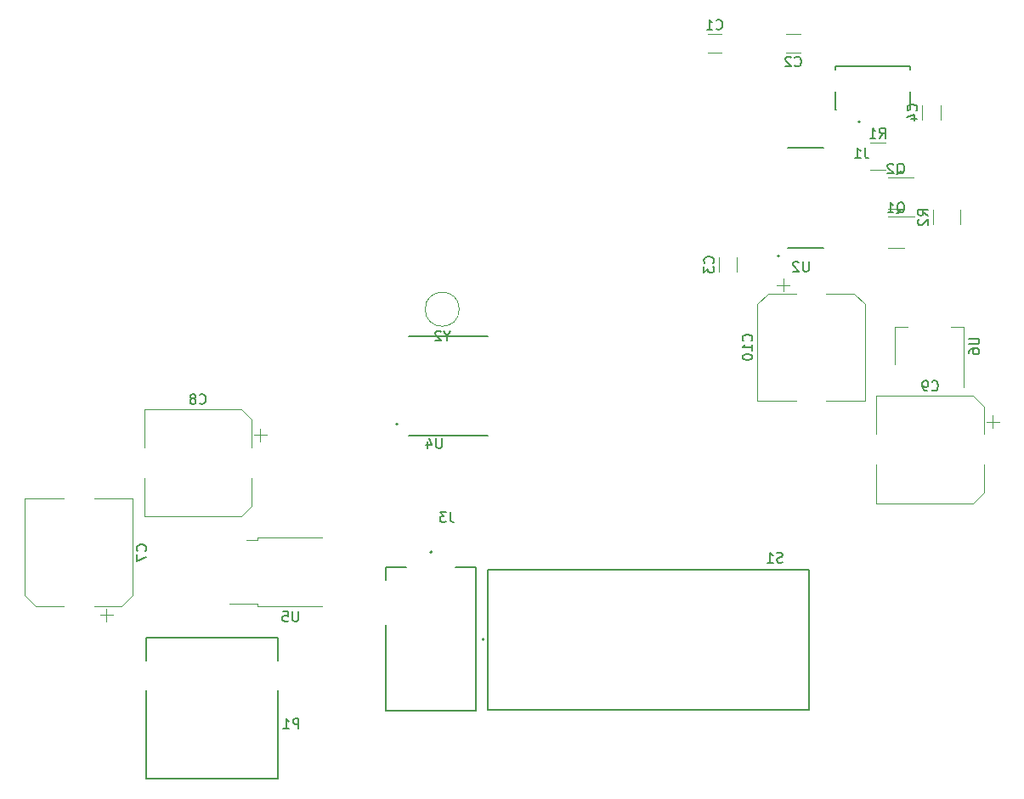
<source format=gbr>
%TF.GenerationSoftware,KiCad,Pcbnew,7.0.7*%
%TF.CreationDate,2023-11-07T23:05:13-03:00*%
%TF.ProjectId,robot seg,726f626f-7420-4736-9567-2e6b69636164,rev?*%
%TF.SameCoordinates,Original*%
%TF.FileFunction,Legend,Bot*%
%TF.FilePolarity,Positive*%
%FSLAX46Y46*%
G04 Gerber Fmt 4.6, Leading zero omitted, Abs format (unit mm)*
G04 Created by KiCad (PCBNEW 7.0.7) date 2023-11-07 23:05:13*
%MOMM*%
%LPD*%
G01*
G04 APERTURE LIST*
%ADD10C,0.150000*%
%ADD11C,0.127000*%
%ADD12C,0.200000*%
%ADD13C,0.120000*%
G04 APERTURE END LIST*
D10*
X185498704Y-79288619D02*
X185498704Y-80098142D01*
X185498704Y-80098142D02*
X185451085Y-80193380D01*
X185451085Y-80193380D02*
X185403466Y-80241000D01*
X185403466Y-80241000D02*
X185308228Y-80288619D01*
X185308228Y-80288619D02*
X185117752Y-80288619D01*
X185117752Y-80288619D02*
X185022514Y-80241000D01*
X185022514Y-80241000D02*
X184974895Y-80193380D01*
X184974895Y-80193380D02*
X184927276Y-80098142D01*
X184927276Y-80098142D02*
X184927276Y-79288619D01*
X184498704Y-79383857D02*
X184451085Y-79336238D01*
X184451085Y-79336238D02*
X184355847Y-79288619D01*
X184355847Y-79288619D02*
X184117752Y-79288619D01*
X184117752Y-79288619D02*
X184022514Y-79336238D01*
X184022514Y-79336238D02*
X183974895Y-79383857D01*
X183974895Y-79383857D02*
X183927276Y-79479095D01*
X183927276Y-79479095D02*
X183927276Y-79574333D01*
X183927276Y-79574333D02*
X183974895Y-79717190D01*
X183974895Y-79717190D02*
X184546323Y-80288619D01*
X184546323Y-80288619D02*
X183927276Y-80288619D01*
X191094133Y-67947019D02*
X191094133Y-68661304D01*
X191094133Y-68661304D02*
X191141752Y-68804161D01*
X191141752Y-68804161D02*
X191236990Y-68899400D01*
X191236990Y-68899400D02*
X191379847Y-68947019D01*
X191379847Y-68947019D02*
X191475085Y-68947019D01*
X190094133Y-68947019D02*
X190665561Y-68947019D01*
X190379847Y-68947019D02*
X190379847Y-67947019D01*
X190379847Y-67947019D02*
X190475085Y-68089876D01*
X190475085Y-68089876D02*
X190570323Y-68185114D01*
X190570323Y-68185114D02*
X190665561Y-68232733D01*
X197779066Y-92066780D02*
X197826685Y-92114400D01*
X197826685Y-92114400D02*
X197969542Y-92162019D01*
X197969542Y-92162019D02*
X198064780Y-92162019D01*
X198064780Y-92162019D02*
X198207637Y-92114400D01*
X198207637Y-92114400D02*
X198302875Y-92019161D01*
X198302875Y-92019161D02*
X198350494Y-91923923D01*
X198350494Y-91923923D02*
X198398113Y-91733447D01*
X198398113Y-91733447D02*
X198398113Y-91590590D01*
X198398113Y-91590590D02*
X198350494Y-91400114D01*
X198350494Y-91400114D02*
X198302875Y-91304876D01*
X198302875Y-91304876D02*
X198207637Y-91209638D01*
X198207637Y-91209638D02*
X198064780Y-91162019D01*
X198064780Y-91162019D02*
X197969542Y-91162019D01*
X197969542Y-91162019D02*
X197826685Y-91209638D01*
X197826685Y-91209638D02*
X197779066Y-91257257D01*
X197302875Y-92162019D02*
X197112399Y-92162019D01*
X197112399Y-92162019D02*
X197017161Y-92114400D01*
X197017161Y-92114400D02*
X196969542Y-92066780D01*
X196969542Y-92066780D02*
X196874304Y-91923923D01*
X196874304Y-91923923D02*
X196826685Y-91733447D01*
X196826685Y-91733447D02*
X196826685Y-91352495D01*
X196826685Y-91352495D02*
X196874304Y-91257257D01*
X196874304Y-91257257D02*
X196921923Y-91209638D01*
X196921923Y-91209638D02*
X197017161Y-91162019D01*
X197017161Y-91162019D02*
X197207637Y-91162019D01*
X197207637Y-91162019D02*
X197302875Y-91209638D01*
X197302875Y-91209638D02*
X197350494Y-91257257D01*
X197350494Y-91257257D02*
X197398113Y-91352495D01*
X197398113Y-91352495D02*
X197398113Y-91590590D01*
X197398113Y-91590590D02*
X197350494Y-91685828D01*
X197350494Y-91685828D02*
X197302875Y-91733447D01*
X197302875Y-91733447D02*
X197207637Y-91781066D01*
X197207637Y-91781066D02*
X197017161Y-91781066D01*
X197017161Y-91781066D02*
X196921923Y-91733447D01*
X196921923Y-91733447D02*
X196874304Y-91685828D01*
X196874304Y-91685828D02*
X196826685Y-91590590D01*
X149761733Y-104267419D02*
X149761733Y-104981704D01*
X149761733Y-104981704D02*
X149809352Y-105124561D01*
X149809352Y-105124561D02*
X149904590Y-105219800D01*
X149904590Y-105219800D02*
X150047447Y-105267419D01*
X150047447Y-105267419D02*
X150142685Y-105267419D01*
X149380780Y-104267419D02*
X148761733Y-104267419D01*
X148761733Y-104267419D02*
X149095066Y-104648371D01*
X149095066Y-104648371D02*
X148952209Y-104648371D01*
X148952209Y-104648371D02*
X148856971Y-104695990D01*
X148856971Y-104695990D02*
X148809352Y-104743609D01*
X148809352Y-104743609D02*
X148761733Y-104838847D01*
X148761733Y-104838847D02*
X148761733Y-105076942D01*
X148761733Y-105076942D02*
X148809352Y-105172180D01*
X148809352Y-105172180D02*
X148856971Y-105219800D01*
X148856971Y-105219800D02*
X148952209Y-105267419D01*
X148952209Y-105267419D02*
X149237923Y-105267419D01*
X149237923Y-105267419D02*
X149333161Y-105219800D01*
X149333161Y-105219800D02*
X149380780Y-105172180D01*
X119431880Y-108122533D02*
X119479500Y-108074914D01*
X119479500Y-108074914D02*
X119527119Y-107932057D01*
X119527119Y-107932057D02*
X119527119Y-107836819D01*
X119527119Y-107836819D02*
X119479500Y-107693962D01*
X119479500Y-107693962D02*
X119384261Y-107598724D01*
X119384261Y-107598724D02*
X119289023Y-107551105D01*
X119289023Y-107551105D02*
X119098547Y-107503486D01*
X119098547Y-107503486D02*
X118955690Y-107503486D01*
X118955690Y-107503486D02*
X118765214Y-107551105D01*
X118765214Y-107551105D02*
X118669976Y-107598724D01*
X118669976Y-107598724D02*
X118574738Y-107693962D01*
X118574738Y-107693962D02*
X118527119Y-107836819D01*
X118527119Y-107836819D02*
X118527119Y-107932057D01*
X118527119Y-107932057D02*
X118574738Y-108074914D01*
X118574738Y-108074914D02*
X118622357Y-108122533D01*
X118527119Y-108455867D02*
X118527119Y-109122533D01*
X118527119Y-109122533D02*
X119527119Y-108693962D01*
X196223180Y-64222333D02*
X196270800Y-64174714D01*
X196270800Y-64174714D02*
X196318419Y-64031857D01*
X196318419Y-64031857D02*
X196318419Y-63936619D01*
X196318419Y-63936619D02*
X196270800Y-63793762D01*
X196270800Y-63793762D02*
X196175561Y-63698524D01*
X196175561Y-63698524D02*
X196080323Y-63650905D01*
X196080323Y-63650905D02*
X195889847Y-63603286D01*
X195889847Y-63603286D02*
X195746990Y-63603286D01*
X195746990Y-63603286D02*
X195556514Y-63650905D01*
X195556514Y-63650905D02*
X195461276Y-63698524D01*
X195461276Y-63698524D02*
X195366038Y-63793762D01*
X195366038Y-63793762D02*
X195318419Y-63936619D01*
X195318419Y-63936619D02*
X195318419Y-64031857D01*
X195318419Y-64031857D02*
X195366038Y-64174714D01*
X195366038Y-64174714D02*
X195413657Y-64222333D01*
X195651752Y-65079476D02*
X196318419Y-65079476D01*
X195270800Y-64841381D02*
X195985085Y-64603286D01*
X195985085Y-64603286D02*
X195985085Y-65222333D01*
X194278238Y-74477057D02*
X194373476Y-74429438D01*
X194373476Y-74429438D02*
X194468714Y-74334200D01*
X194468714Y-74334200D02*
X194611571Y-74191342D01*
X194611571Y-74191342D02*
X194706809Y-74143723D01*
X194706809Y-74143723D02*
X194802047Y-74143723D01*
X194754428Y-74381819D02*
X194849666Y-74334200D01*
X194849666Y-74334200D02*
X194944904Y-74238961D01*
X194944904Y-74238961D02*
X194992523Y-74048485D01*
X194992523Y-74048485D02*
X194992523Y-73715152D01*
X194992523Y-73715152D02*
X194944904Y-73524676D01*
X194944904Y-73524676D02*
X194849666Y-73429438D01*
X194849666Y-73429438D02*
X194754428Y-73381819D01*
X194754428Y-73381819D02*
X194563952Y-73381819D01*
X194563952Y-73381819D02*
X194468714Y-73429438D01*
X194468714Y-73429438D02*
X194373476Y-73524676D01*
X194373476Y-73524676D02*
X194325857Y-73715152D01*
X194325857Y-73715152D02*
X194325857Y-74048485D01*
X194325857Y-74048485D02*
X194373476Y-74238961D01*
X194373476Y-74238961D02*
X194468714Y-74334200D01*
X194468714Y-74334200D02*
X194563952Y-74381819D01*
X194563952Y-74381819D02*
X194754428Y-74381819D01*
X193373476Y-74381819D02*
X193944904Y-74381819D01*
X193659190Y-74381819D02*
X193659190Y-73381819D01*
X193659190Y-73381819D02*
X193754428Y-73524676D01*
X193754428Y-73524676D02*
X193849666Y-73619914D01*
X193849666Y-73619914D02*
X193944904Y-73667533D01*
X124800766Y-93398980D02*
X124848385Y-93446600D01*
X124848385Y-93446600D02*
X124991242Y-93494219D01*
X124991242Y-93494219D02*
X125086480Y-93494219D01*
X125086480Y-93494219D02*
X125229337Y-93446600D01*
X125229337Y-93446600D02*
X125324575Y-93351361D01*
X125324575Y-93351361D02*
X125372194Y-93256123D01*
X125372194Y-93256123D02*
X125419813Y-93065647D01*
X125419813Y-93065647D02*
X125419813Y-92922790D01*
X125419813Y-92922790D02*
X125372194Y-92732314D01*
X125372194Y-92732314D02*
X125324575Y-92637076D01*
X125324575Y-92637076D02*
X125229337Y-92541838D01*
X125229337Y-92541838D02*
X125086480Y-92494219D01*
X125086480Y-92494219D02*
X124991242Y-92494219D01*
X124991242Y-92494219D02*
X124848385Y-92541838D01*
X124848385Y-92541838D02*
X124800766Y-92589457D01*
X124229337Y-92922790D02*
X124324575Y-92875171D01*
X124324575Y-92875171D02*
X124372194Y-92827552D01*
X124372194Y-92827552D02*
X124419813Y-92732314D01*
X124419813Y-92732314D02*
X124419813Y-92684695D01*
X124419813Y-92684695D02*
X124372194Y-92589457D01*
X124372194Y-92589457D02*
X124324575Y-92541838D01*
X124324575Y-92541838D02*
X124229337Y-92494219D01*
X124229337Y-92494219D02*
X124038861Y-92494219D01*
X124038861Y-92494219D02*
X123943623Y-92541838D01*
X123943623Y-92541838D02*
X123896004Y-92589457D01*
X123896004Y-92589457D02*
X123848385Y-92684695D01*
X123848385Y-92684695D02*
X123848385Y-92732314D01*
X123848385Y-92732314D02*
X123896004Y-92827552D01*
X123896004Y-92827552D02*
X123943623Y-92875171D01*
X123943623Y-92875171D02*
X124038861Y-92922790D01*
X124038861Y-92922790D02*
X124229337Y-92922790D01*
X124229337Y-92922790D02*
X124324575Y-92970409D01*
X124324575Y-92970409D02*
X124372194Y-93018028D01*
X124372194Y-93018028D02*
X124419813Y-93113266D01*
X124419813Y-93113266D02*
X124419813Y-93303742D01*
X124419813Y-93303742D02*
X124372194Y-93398980D01*
X124372194Y-93398980D02*
X124324575Y-93446600D01*
X124324575Y-93446600D02*
X124229337Y-93494219D01*
X124229337Y-93494219D02*
X124038861Y-93494219D01*
X124038861Y-93494219D02*
X123943623Y-93446600D01*
X123943623Y-93446600D02*
X123896004Y-93398980D01*
X123896004Y-93398980D02*
X123848385Y-93303742D01*
X123848385Y-93303742D02*
X123848385Y-93113266D01*
X123848385Y-93113266D02*
X123896004Y-93018028D01*
X123896004Y-93018028D02*
X123943623Y-92970409D01*
X123943623Y-92970409D02*
X124038861Y-92922790D01*
X134643404Y-114159419D02*
X134643404Y-114968942D01*
X134643404Y-114968942D02*
X134595785Y-115064180D01*
X134595785Y-115064180D02*
X134548166Y-115111800D01*
X134548166Y-115111800D02*
X134452928Y-115159419D01*
X134452928Y-115159419D02*
X134262452Y-115159419D01*
X134262452Y-115159419D02*
X134167214Y-115111800D01*
X134167214Y-115111800D02*
X134119595Y-115064180D01*
X134119595Y-115064180D02*
X134071976Y-114968942D01*
X134071976Y-114968942D02*
X134071976Y-114159419D01*
X133119595Y-114159419D02*
X133595785Y-114159419D01*
X133595785Y-114159419D02*
X133643404Y-114635609D01*
X133643404Y-114635609D02*
X133595785Y-114587990D01*
X133595785Y-114587990D02*
X133500547Y-114540371D01*
X133500547Y-114540371D02*
X133262452Y-114540371D01*
X133262452Y-114540371D02*
X133167214Y-114587990D01*
X133167214Y-114587990D02*
X133119595Y-114635609D01*
X133119595Y-114635609D02*
X133071976Y-114730847D01*
X133071976Y-114730847D02*
X133071976Y-114968942D01*
X133071976Y-114968942D02*
X133119595Y-115064180D01*
X133119595Y-115064180D02*
X133167214Y-115111800D01*
X133167214Y-115111800D02*
X133262452Y-115159419D01*
X133262452Y-115159419D02*
X133500547Y-115159419D01*
X133500547Y-115159419D02*
X133595785Y-115111800D01*
X133595785Y-115111800D02*
X133643404Y-115064180D01*
X148952104Y-96890419D02*
X148952104Y-97699942D01*
X148952104Y-97699942D02*
X148904485Y-97795180D01*
X148904485Y-97795180D02*
X148856866Y-97842800D01*
X148856866Y-97842800D02*
X148761628Y-97890419D01*
X148761628Y-97890419D02*
X148571152Y-97890419D01*
X148571152Y-97890419D02*
X148475914Y-97842800D01*
X148475914Y-97842800D02*
X148428295Y-97795180D01*
X148428295Y-97795180D02*
X148380676Y-97699942D01*
X148380676Y-97699942D02*
X148380676Y-96890419D01*
X147475914Y-97223752D02*
X147475914Y-97890419D01*
X147714009Y-96842800D02*
X147952104Y-97557085D01*
X147952104Y-97557085D02*
X147333057Y-97557085D01*
X175953980Y-79411533D02*
X176001600Y-79363914D01*
X176001600Y-79363914D02*
X176049219Y-79221057D01*
X176049219Y-79221057D02*
X176049219Y-79125819D01*
X176049219Y-79125819D02*
X176001600Y-78982962D01*
X176001600Y-78982962D02*
X175906361Y-78887724D01*
X175906361Y-78887724D02*
X175811123Y-78840105D01*
X175811123Y-78840105D02*
X175620647Y-78792486D01*
X175620647Y-78792486D02*
X175477790Y-78792486D01*
X175477790Y-78792486D02*
X175287314Y-78840105D01*
X175287314Y-78840105D02*
X175192076Y-78887724D01*
X175192076Y-78887724D02*
X175096838Y-78982962D01*
X175096838Y-78982962D02*
X175049219Y-79125819D01*
X175049219Y-79125819D02*
X175049219Y-79221057D01*
X175049219Y-79221057D02*
X175096838Y-79363914D01*
X175096838Y-79363914D02*
X175144457Y-79411533D01*
X175049219Y-79744867D02*
X175049219Y-80363914D01*
X175049219Y-80363914D02*
X175430171Y-80030581D01*
X175430171Y-80030581D02*
X175430171Y-80173438D01*
X175430171Y-80173438D02*
X175477790Y-80268676D01*
X175477790Y-80268676D02*
X175525409Y-80316295D01*
X175525409Y-80316295D02*
X175620647Y-80363914D01*
X175620647Y-80363914D02*
X175858742Y-80363914D01*
X175858742Y-80363914D02*
X175953980Y-80316295D01*
X175953980Y-80316295D02*
X176001600Y-80268676D01*
X176001600Y-80268676D02*
X176049219Y-80173438D01*
X176049219Y-80173438D02*
X176049219Y-79887724D01*
X176049219Y-79887724D02*
X176001600Y-79792486D01*
X176001600Y-79792486D02*
X175953980Y-79744867D01*
X201465219Y-86944295D02*
X202274742Y-86944295D01*
X202274742Y-86944295D02*
X202369980Y-86991914D01*
X202369980Y-86991914D02*
X202417600Y-87039533D01*
X202417600Y-87039533D02*
X202465219Y-87134771D01*
X202465219Y-87134771D02*
X202465219Y-87325247D01*
X202465219Y-87325247D02*
X202417600Y-87420485D01*
X202417600Y-87420485D02*
X202369980Y-87468104D01*
X202369980Y-87468104D02*
X202274742Y-87515723D01*
X202274742Y-87515723D02*
X201465219Y-87515723D01*
X201465219Y-88420485D02*
X201465219Y-88230009D01*
X201465219Y-88230009D02*
X201512838Y-88134771D01*
X201512838Y-88134771D02*
X201560457Y-88087152D01*
X201560457Y-88087152D02*
X201703314Y-87991914D01*
X201703314Y-87991914D02*
X201893790Y-87944295D01*
X201893790Y-87944295D02*
X202274742Y-87944295D01*
X202274742Y-87944295D02*
X202369980Y-87991914D01*
X202369980Y-87991914D02*
X202417600Y-88039533D01*
X202417600Y-88039533D02*
X202465219Y-88134771D01*
X202465219Y-88134771D02*
X202465219Y-88325247D01*
X202465219Y-88325247D02*
X202417600Y-88420485D01*
X202417600Y-88420485D02*
X202369980Y-88468104D01*
X202369980Y-88468104D02*
X202274742Y-88515723D01*
X202274742Y-88515723D02*
X202036647Y-88515723D01*
X202036647Y-88515723D02*
X201941409Y-88468104D01*
X201941409Y-88468104D02*
X201893790Y-88420485D01*
X201893790Y-88420485D02*
X201846171Y-88325247D01*
X201846171Y-88325247D02*
X201846171Y-88134771D01*
X201846171Y-88134771D02*
X201893790Y-88039533D01*
X201893790Y-88039533D02*
X201941409Y-87991914D01*
X201941409Y-87991914D02*
X202036647Y-87944295D01*
X194252838Y-70590857D02*
X194348076Y-70543238D01*
X194348076Y-70543238D02*
X194443314Y-70448000D01*
X194443314Y-70448000D02*
X194586171Y-70305142D01*
X194586171Y-70305142D02*
X194681409Y-70257523D01*
X194681409Y-70257523D02*
X194776647Y-70257523D01*
X194729028Y-70495619D02*
X194824266Y-70448000D01*
X194824266Y-70448000D02*
X194919504Y-70352761D01*
X194919504Y-70352761D02*
X194967123Y-70162285D01*
X194967123Y-70162285D02*
X194967123Y-69828952D01*
X194967123Y-69828952D02*
X194919504Y-69638476D01*
X194919504Y-69638476D02*
X194824266Y-69543238D01*
X194824266Y-69543238D02*
X194729028Y-69495619D01*
X194729028Y-69495619D02*
X194538552Y-69495619D01*
X194538552Y-69495619D02*
X194443314Y-69543238D01*
X194443314Y-69543238D02*
X194348076Y-69638476D01*
X194348076Y-69638476D02*
X194300457Y-69828952D01*
X194300457Y-69828952D02*
X194300457Y-70162285D01*
X194300457Y-70162285D02*
X194348076Y-70352761D01*
X194348076Y-70352761D02*
X194443314Y-70448000D01*
X194443314Y-70448000D02*
X194538552Y-70495619D01*
X194538552Y-70495619D02*
X194729028Y-70495619D01*
X193919504Y-69590857D02*
X193871885Y-69543238D01*
X193871885Y-69543238D02*
X193776647Y-69495619D01*
X193776647Y-69495619D02*
X193538552Y-69495619D01*
X193538552Y-69495619D02*
X193443314Y-69543238D01*
X193443314Y-69543238D02*
X193395695Y-69590857D01*
X193395695Y-69590857D02*
X193348076Y-69686095D01*
X193348076Y-69686095D02*
X193348076Y-69781333D01*
X193348076Y-69781333D02*
X193395695Y-69924190D01*
X193395695Y-69924190D02*
X193967123Y-70495619D01*
X193967123Y-70495619D02*
X193348076Y-70495619D01*
X184113466Y-59740580D02*
X184161085Y-59788200D01*
X184161085Y-59788200D02*
X184303942Y-59835819D01*
X184303942Y-59835819D02*
X184399180Y-59835819D01*
X184399180Y-59835819D02*
X184542037Y-59788200D01*
X184542037Y-59788200D02*
X184637275Y-59692961D01*
X184637275Y-59692961D02*
X184684894Y-59597723D01*
X184684894Y-59597723D02*
X184732513Y-59407247D01*
X184732513Y-59407247D02*
X184732513Y-59264390D01*
X184732513Y-59264390D02*
X184684894Y-59073914D01*
X184684894Y-59073914D02*
X184637275Y-58978676D01*
X184637275Y-58978676D02*
X184542037Y-58883438D01*
X184542037Y-58883438D02*
X184399180Y-58835819D01*
X184399180Y-58835819D02*
X184303942Y-58835819D01*
X184303942Y-58835819D02*
X184161085Y-58883438D01*
X184161085Y-58883438D02*
X184113466Y-58931057D01*
X183732513Y-58931057D02*
X183684894Y-58883438D01*
X183684894Y-58883438D02*
X183589656Y-58835819D01*
X183589656Y-58835819D02*
X183351561Y-58835819D01*
X183351561Y-58835819D02*
X183256323Y-58883438D01*
X183256323Y-58883438D02*
X183208704Y-58931057D01*
X183208704Y-58931057D02*
X183161085Y-59026295D01*
X183161085Y-59026295D02*
X183161085Y-59121533D01*
X183161085Y-59121533D02*
X183208704Y-59264390D01*
X183208704Y-59264390D02*
X183780132Y-59835819D01*
X183780132Y-59835819D02*
X183161085Y-59835819D01*
X134664011Y-125848373D02*
X134664011Y-124846656D01*
X134664011Y-124846656D02*
X134282405Y-124846656D01*
X134282405Y-124846656D02*
X134187003Y-124894357D01*
X134187003Y-124894357D02*
X134139303Y-124942058D01*
X134139303Y-124942058D02*
X134091602Y-125037460D01*
X134091602Y-125037460D02*
X134091602Y-125180562D01*
X134091602Y-125180562D02*
X134139303Y-125275964D01*
X134139303Y-125275964D02*
X134187003Y-125323664D01*
X134187003Y-125323664D02*
X134282405Y-125371365D01*
X134282405Y-125371365D02*
X134664011Y-125371365D01*
X133137586Y-125848373D02*
X133709995Y-125848373D01*
X133423790Y-125848373D02*
X133423790Y-124846656D01*
X133423790Y-124846656D02*
X133519192Y-124989759D01*
X133519192Y-124989759D02*
X133614594Y-125085160D01*
X133614594Y-125085160D02*
X133709995Y-125132861D01*
X176290266Y-56040580D02*
X176337885Y-56088200D01*
X176337885Y-56088200D02*
X176480742Y-56135819D01*
X176480742Y-56135819D02*
X176575980Y-56135819D01*
X176575980Y-56135819D02*
X176718837Y-56088200D01*
X176718837Y-56088200D02*
X176814075Y-55992961D01*
X176814075Y-55992961D02*
X176861694Y-55897723D01*
X176861694Y-55897723D02*
X176909313Y-55707247D01*
X176909313Y-55707247D02*
X176909313Y-55564390D01*
X176909313Y-55564390D02*
X176861694Y-55373914D01*
X176861694Y-55373914D02*
X176814075Y-55278676D01*
X176814075Y-55278676D02*
X176718837Y-55183438D01*
X176718837Y-55183438D02*
X176575980Y-55135819D01*
X176575980Y-55135819D02*
X176480742Y-55135819D01*
X176480742Y-55135819D02*
X176337885Y-55183438D01*
X176337885Y-55183438D02*
X176290266Y-55231057D01*
X175337885Y-56135819D02*
X175909313Y-56135819D01*
X175623599Y-56135819D02*
X175623599Y-55135819D01*
X175623599Y-55135819D02*
X175718837Y-55278676D01*
X175718837Y-55278676D02*
X175814075Y-55373914D01*
X175814075Y-55373914D02*
X175909313Y-55421533D01*
X179784380Y-87180842D02*
X179832000Y-87133223D01*
X179832000Y-87133223D02*
X179879619Y-86990366D01*
X179879619Y-86990366D02*
X179879619Y-86895128D01*
X179879619Y-86895128D02*
X179832000Y-86752271D01*
X179832000Y-86752271D02*
X179736761Y-86657033D01*
X179736761Y-86657033D02*
X179641523Y-86609414D01*
X179641523Y-86609414D02*
X179451047Y-86561795D01*
X179451047Y-86561795D02*
X179308190Y-86561795D01*
X179308190Y-86561795D02*
X179117714Y-86609414D01*
X179117714Y-86609414D02*
X179022476Y-86657033D01*
X179022476Y-86657033D02*
X178927238Y-86752271D01*
X178927238Y-86752271D02*
X178879619Y-86895128D01*
X178879619Y-86895128D02*
X178879619Y-86990366D01*
X178879619Y-86990366D02*
X178927238Y-87133223D01*
X178927238Y-87133223D02*
X178974857Y-87180842D01*
X179879619Y-88133223D02*
X179879619Y-87561795D01*
X179879619Y-87847509D02*
X178879619Y-87847509D01*
X178879619Y-87847509D02*
X179022476Y-87752271D01*
X179022476Y-87752271D02*
X179117714Y-87657033D01*
X179117714Y-87657033D02*
X179165333Y-87561795D01*
X178879619Y-88752271D02*
X178879619Y-88847509D01*
X178879619Y-88847509D02*
X178927238Y-88942747D01*
X178927238Y-88942747D02*
X178974857Y-88990366D01*
X178974857Y-88990366D02*
X179070095Y-89037985D01*
X179070095Y-89037985D02*
X179260571Y-89085604D01*
X179260571Y-89085604D02*
X179498666Y-89085604D01*
X179498666Y-89085604D02*
X179689142Y-89037985D01*
X179689142Y-89037985D02*
X179784380Y-88990366D01*
X179784380Y-88990366D02*
X179832000Y-88942747D01*
X179832000Y-88942747D02*
X179879619Y-88847509D01*
X179879619Y-88847509D02*
X179879619Y-88752271D01*
X179879619Y-88752271D02*
X179832000Y-88657033D01*
X179832000Y-88657033D02*
X179784380Y-88609414D01*
X179784380Y-88609414D02*
X179689142Y-88561795D01*
X179689142Y-88561795D02*
X179498666Y-88514176D01*
X179498666Y-88514176D02*
X179260571Y-88514176D01*
X179260571Y-88514176D02*
X179070095Y-88561795D01*
X179070095Y-88561795D02*
X178974857Y-88609414D01*
X178974857Y-88609414D02*
X178927238Y-88657033D01*
X178927238Y-88657033D02*
X178879619Y-88752271D01*
X197387019Y-74687133D02*
X196910828Y-74353800D01*
X197387019Y-74115705D02*
X196387019Y-74115705D01*
X196387019Y-74115705D02*
X196387019Y-74496657D01*
X196387019Y-74496657D02*
X196434638Y-74591895D01*
X196434638Y-74591895D02*
X196482257Y-74639514D01*
X196482257Y-74639514D02*
X196577495Y-74687133D01*
X196577495Y-74687133D02*
X196720352Y-74687133D01*
X196720352Y-74687133D02*
X196815590Y-74639514D01*
X196815590Y-74639514D02*
X196863209Y-74591895D01*
X196863209Y-74591895D02*
X196910828Y-74496657D01*
X196910828Y-74496657D02*
X196910828Y-74115705D01*
X196482257Y-75068086D02*
X196434638Y-75115705D01*
X196434638Y-75115705D02*
X196387019Y-75210943D01*
X196387019Y-75210943D02*
X196387019Y-75449038D01*
X196387019Y-75449038D02*
X196434638Y-75544276D01*
X196434638Y-75544276D02*
X196482257Y-75591895D01*
X196482257Y-75591895D02*
X196577495Y-75639514D01*
X196577495Y-75639514D02*
X196672733Y-75639514D01*
X196672733Y-75639514D02*
X196815590Y-75591895D01*
X196815590Y-75591895D02*
X197387019Y-75020467D01*
X197387019Y-75020467D02*
X197387019Y-75639514D01*
X182891204Y-109239200D02*
X182748347Y-109286819D01*
X182748347Y-109286819D02*
X182510252Y-109286819D01*
X182510252Y-109286819D02*
X182415014Y-109239200D01*
X182415014Y-109239200D02*
X182367395Y-109191580D01*
X182367395Y-109191580D02*
X182319776Y-109096342D01*
X182319776Y-109096342D02*
X182319776Y-109001104D01*
X182319776Y-109001104D02*
X182367395Y-108905866D01*
X182367395Y-108905866D02*
X182415014Y-108858247D01*
X182415014Y-108858247D02*
X182510252Y-108810628D01*
X182510252Y-108810628D02*
X182700728Y-108763009D01*
X182700728Y-108763009D02*
X182795966Y-108715390D01*
X182795966Y-108715390D02*
X182843585Y-108667771D01*
X182843585Y-108667771D02*
X182891204Y-108572533D01*
X182891204Y-108572533D02*
X182891204Y-108477295D01*
X182891204Y-108477295D02*
X182843585Y-108382057D01*
X182843585Y-108382057D02*
X182795966Y-108334438D01*
X182795966Y-108334438D02*
X182700728Y-108286819D01*
X182700728Y-108286819D02*
X182462633Y-108286819D01*
X182462633Y-108286819D02*
X182319776Y-108334438D01*
X181367395Y-109286819D02*
X181938823Y-109286819D01*
X181653109Y-109286819D02*
X181653109Y-108286819D01*
X181653109Y-108286819D02*
X181748347Y-108429676D01*
X181748347Y-108429676D02*
X181843585Y-108524914D01*
X181843585Y-108524914D02*
X181938823Y-108572533D01*
X149457390Y-86701828D02*
X149457390Y-87178019D01*
X149790723Y-86178019D02*
X149457390Y-86701828D01*
X149457390Y-86701828D02*
X149124057Y-86178019D01*
X148838342Y-86273257D02*
X148790723Y-86225638D01*
X148790723Y-86225638D02*
X148695485Y-86178019D01*
X148695485Y-86178019D02*
X148457390Y-86178019D01*
X148457390Y-86178019D02*
X148362152Y-86225638D01*
X148362152Y-86225638D02*
X148314533Y-86273257D01*
X148314533Y-86273257D02*
X148266914Y-86368495D01*
X148266914Y-86368495D02*
X148266914Y-86463733D01*
X148266914Y-86463733D02*
X148314533Y-86606590D01*
X148314533Y-86606590D02*
X148885961Y-87178019D01*
X148885961Y-87178019D02*
X148266914Y-87178019D01*
X192546266Y-66958019D02*
X192879599Y-66481828D01*
X193117694Y-66958019D02*
X193117694Y-65958019D01*
X193117694Y-65958019D02*
X192736742Y-65958019D01*
X192736742Y-65958019D02*
X192641504Y-66005638D01*
X192641504Y-66005638D02*
X192593885Y-66053257D01*
X192593885Y-66053257D02*
X192546266Y-66148495D01*
X192546266Y-66148495D02*
X192546266Y-66291352D01*
X192546266Y-66291352D02*
X192593885Y-66386590D01*
X192593885Y-66386590D02*
X192641504Y-66434209D01*
X192641504Y-66434209D02*
X192736742Y-66481828D01*
X192736742Y-66481828D02*
X193117694Y-66481828D01*
X191593885Y-66958019D02*
X192165313Y-66958019D01*
X191879599Y-66958019D02*
X191879599Y-65958019D01*
X191879599Y-65958019D02*
X191974837Y-66100876D01*
X191974837Y-66100876D02*
X192070075Y-66196114D01*
X192070075Y-66196114D02*
X192165313Y-66243733D01*
D11*
%TO.C,U2*%
X183441800Y-67948800D02*
X186991800Y-67948800D01*
X183441800Y-77948800D02*
X186991800Y-77948800D01*
D12*
X182566800Y-78703800D02*
G75*
G03*
X182566800Y-78703800I-100000J0D01*
G01*
D11*
%TO.C,J1*%
X188160800Y-59807200D02*
X188160800Y-60162200D01*
X188160800Y-59807200D02*
X195560800Y-59807200D01*
X188160800Y-64107200D02*
X188160800Y-62352200D01*
X188160800Y-64107200D02*
X188240800Y-64107200D01*
X195480800Y-64107200D02*
X195560800Y-64107200D01*
X195560800Y-59807200D02*
X195560800Y-60162200D01*
X195560800Y-62352200D02*
X195560800Y-64107200D01*
D12*
X190610800Y-65357200D02*
G75*
G03*
X190610800Y-65357200I-100000J0D01*
G01*
D13*
%TO.C,C9*%
X204462400Y-95247200D02*
X203212400Y-95247200D01*
X203837400Y-94622200D02*
X203837400Y-95872200D01*
X202972400Y-102302763D02*
X202972400Y-99517200D01*
X202972400Y-102302763D02*
X201907963Y-103367200D01*
X202972400Y-93711637D02*
X202972400Y-96497200D01*
X202972400Y-93711637D02*
X201907963Y-92647200D01*
X201907963Y-103367200D02*
X192252400Y-103367200D01*
X201907963Y-92647200D02*
X192252400Y-92647200D01*
X192252400Y-103367200D02*
X192252400Y-99517200D01*
X192252400Y-92647200D02*
X192252400Y-96497200D01*
D12*
%TO.C,J3*%
X152353400Y-124037600D02*
X152353400Y-109737600D01*
X152353400Y-124037600D02*
X143353400Y-124037600D01*
X150303400Y-109737600D02*
X152353400Y-109737600D01*
X145403400Y-109737600D02*
X143353400Y-109737600D01*
X143353400Y-124037600D02*
X143353400Y-115487600D01*
X143353400Y-109737600D02*
X143353400Y-110987600D01*
X147953400Y-108237600D02*
G75*
G03*
X147953400Y-108237600I-100000J0D01*
G01*
D13*
%TO.C,C7*%
X115532300Y-115139200D02*
X115532300Y-113889200D01*
X116157300Y-114514200D02*
X114907300Y-114514200D01*
X108476737Y-113649200D02*
X111262300Y-113649200D01*
X108476737Y-113649200D02*
X107412300Y-112584763D01*
X117067863Y-113649200D02*
X114282300Y-113649200D01*
X117067863Y-113649200D02*
X118132300Y-112584763D01*
X107412300Y-112584763D02*
X107412300Y-102929200D01*
X118132300Y-112584763D02*
X118132300Y-102929200D01*
X107412300Y-102929200D02*
X111262300Y-102929200D01*
X118132300Y-102929200D02*
X114282300Y-102929200D01*
%TO.C,C4*%
X198623600Y-63677748D02*
X198623600Y-65100252D01*
X196803600Y-63677748D02*
X196803600Y-65100252D01*
%TO.C,Q1*%
X194183000Y-77887000D02*
X194983000Y-77887000D01*
X194183000Y-77887000D02*
X193383000Y-77887000D01*
X194183000Y-74767000D02*
X195983000Y-74767000D01*
X194183000Y-74767000D02*
X193383000Y-74767000D01*
%TO.C,C8*%
X131484100Y-96579400D02*
X130234100Y-96579400D01*
X130859100Y-95954400D02*
X130859100Y-97204400D01*
X129994100Y-103634963D02*
X129994100Y-100849400D01*
X129994100Y-103634963D02*
X128929663Y-104699400D01*
X129994100Y-95043837D02*
X129994100Y-97829400D01*
X129994100Y-95043837D02*
X128929663Y-93979400D01*
X128929663Y-104699400D02*
X119274100Y-104699400D01*
X128929663Y-93979400D02*
X119274100Y-93979400D01*
X119274100Y-104699400D02*
X119274100Y-100849400D01*
X119274100Y-93979400D02*
X119274100Y-97829400D01*
%TO.C,U5*%
X130571500Y-106754600D02*
X130571500Y-107024600D01*
X130571500Y-107024600D02*
X129471500Y-107024600D01*
X130571500Y-113384600D02*
X127741500Y-113384600D01*
X130571500Y-113654600D02*
X130571500Y-113384600D01*
X136991500Y-106754600D02*
X130571500Y-106754600D01*
X136991500Y-113654600D02*
X130571500Y-113654600D01*
D11*
%TO.C,U4*%
X145620200Y-86713600D02*
X153490200Y-86713600D01*
X145620200Y-96623600D02*
X153490200Y-96623600D01*
D12*
X144580200Y-95478600D02*
G75*
G03*
X144580200Y-95478600I-100000J0D01*
G01*
D13*
%TO.C,C3*%
X178354400Y-78866948D02*
X178354400Y-80289452D01*
X176534400Y-78866948D02*
X176534400Y-80289452D01*
%TO.C,U6*%
X200920400Y-91806200D02*
X200920400Y-85796200D01*
X194100400Y-89556200D02*
X194100400Y-85796200D01*
X194100400Y-85796200D02*
X195360400Y-85796200D01*
X200920400Y-85796200D02*
X199660400Y-85796200D01*
%TO.C,Q2*%
X194157600Y-74000800D02*
X194957600Y-74000800D01*
X194157600Y-74000800D02*
X193357600Y-74000800D01*
X194157600Y-70880800D02*
X195957600Y-70880800D01*
X194157600Y-70880800D02*
X193357600Y-70880800D01*
%TO.C,C2*%
X183235548Y-56621000D02*
X184658052Y-56621000D01*
X183235548Y-58441000D02*
X184658052Y-58441000D01*
D12*
%TO.C,P1*%
X132626200Y-130866000D02*
X119526200Y-130866000D01*
X132626200Y-122066000D02*
X132626200Y-130866000D01*
X132626200Y-119066000D02*
X132626200Y-116766000D01*
X132626200Y-116766000D02*
X119526200Y-116766000D01*
X119526200Y-130866000D02*
X119526200Y-122066000D01*
X119526200Y-116766000D02*
X119526200Y-119066000D01*
D13*
%TO.C,C1*%
X176834852Y-58441000D02*
X175412348Y-58441000D01*
X176834852Y-56621000D02*
X175412348Y-56621000D01*
%TO.C,C10*%
X182964800Y-80973700D02*
X182964800Y-82223700D01*
X182339800Y-81598700D02*
X183589800Y-81598700D01*
X190020363Y-82463700D02*
X187234800Y-82463700D01*
X190020363Y-82463700D02*
X191084800Y-83528137D01*
X181429237Y-82463700D02*
X184214800Y-82463700D01*
X181429237Y-82463700D02*
X180364800Y-83528137D01*
X191084800Y-83528137D02*
X191084800Y-93183700D01*
X180364800Y-83528137D02*
X180364800Y-93183700D01*
X191084800Y-93183700D02*
X187234800Y-93183700D01*
X180364800Y-93183700D02*
X184214800Y-93183700D01*
%TO.C,R2*%
X200567200Y-74130063D02*
X200567200Y-75577537D01*
X197857200Y-74130063D02*
X197857200Y-75577537D01*
D11*
%TO.C,S1*%
X185554300Y-123967000D02*
X153554300Y-123967000D01*
X185554300Y-109967000D02*
X185554300Y-123967000D01*
X153554300Y-123967000D02*
X153554300Y-109967000D01*
X153554300Y-109967000D02*
X185554300Y-109967000D01*
D12*
X153154300Y-116967000D02*
G75*
G03*
X153154300Y-116967000I-100000J0D01*
G01*
D13*
%TO.C,Y2*%
X150681200Y-84023200D02*
G75*
G03*
X147281200Y-84023200I-1700000J0D01*
G01*
X147281200Y-84023200D02*
G75*
G03*
X150681200Y-84023200I1700000J0D01*
G01*
%TO.C,R1*%
X193103337Y-70138200D02*
X191655863Y-70138200D01*
X193103337Y-67428200D02*
X191655863Y-67428200D01*
%TD*%
M02*

</source>
